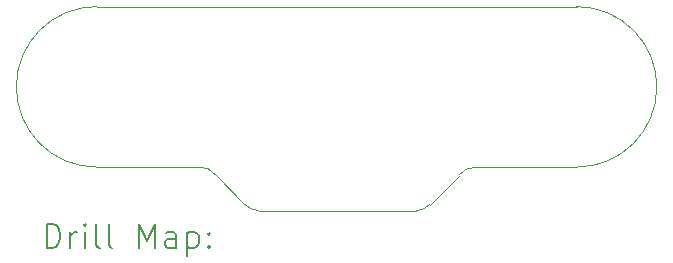
<source format=gbr>
%TF.GenerationSoftware,KiCad,Pcbnew,8.0.4*%
%TF.CreationDate,2025-04-09T21:22:45-04:00*%
%TF.ProjectId,accessory_peripheral,61636365-7373-46f7-9279-5f7065726970,rev?*%
%TF.SameCoordinates,Original*%
%TF.FileFunction,Drillmap*%
%TF.FilePolarity,Positive*%
%FSLAX45Y45*%
G04 Gerber Fmt 4.5, Leading zero omitted, Abs format (unit mm)*
G04 Created by KiCad (PCBNEW 8.0.4) date 2025-04-09 21:22:45*
%MOMM*%
%LPD*%
G01*
G04 APERTURE LIST*
%ADD10C,0.050000*%
%ADD11C,0.200000*%
G04 APERTURE END LIST*
D10*
X12818110Y-10995778D02*
X12818110Y-10995544D01*
X15637510Y-11313044D02*
X15891277Y-11059277D01*
X16882110Y-10995544D02*
X16882110Y-10995778D01*
X12818110Y-10995544D02*
X13694410Y-10995544D01*
X13694410Y-10995544D02*
G75*
G02*
X13818670Y-11056503I2689J-151646D01*
G01*
X12818110Y-10995778D02*
G75*
G02*
X12818110Y-9636643I0J679568D01*
G01*
X16882110Y-9636644D02*
G75*
G02*
X16882110Y-10995777I0J-679567D01*
G01*
X15891277Y-11059277D02*
G75*
G02*
X16015488Y-10998344I121529J-90665D01*
G01*
X16882110Y-9636644D02*
X12818110Y-9636644D01*
X16015488Y-10998344D02*
X16882110Y-10995544D01*
X14189709Y-11363843D02*
G75*
G02*
X14074980Y-11312808I4741J165134D01*
G01*
X13818670Y-11056503D02*
X14074978Y-11312810D01*
X15510510Y-11363843D02*
X15522778Y-11364076D01*
X15637510Y-11313044D02*
G75*
G02*
X15522778Y-11364076I-119475J114116D01*
G01*
X14189709Y-11363843D02*
X15510510Y-11363843D01*
D11*
X12396819Y-11678060D02*
X12396819Y-11478060D01*
X12396819Y-11478060D02*
X12444438Y-11478060D01*
X12444438Y-11478060D02*
X12473010Y-11487584D01*
X12473010Y-11487584D02*
X12492057Y-11506632D01*
X12492057Y-11506632D02*
X12501581Y-11525679D01*
X12501581Y-11525679D02*
X12511105Y-11563774D01*
X12511105Y-11563774D02*
X12511105Y-11592346D01*
X12511105Y-11592346D02*
X12501581Y-11630441D01*
X12501581Y-11630441D02*
X12492057Y-11649489D01*
X12492057Y-11649489D02*
X12473010Y-11668536D01*
X12473010Y-11668536D02*
X12444438Y-11678060D01*
X12444438Y-11678060D02*
X12396819Y-11678060D01*
X12596819Y-11678060D02*
X12596819Y-11544727D01*
X12596819Y-11582822D02*
X12606343Y-11563774D01*
X12606343Y-11563774D02*
X12615867Y-11554251D01*
X12615867Y-11554251D02*
X12634914Y-11544727D01*
X12634914Y-11544727D02*
X12653962Y-11544727D01*
X12720629Y-11678060D02*
X12720629Y-11544727D01*
X12720629Y-11478060D02*
X12711105Y-11487584D01*
X12711105Y-11487584D02*
X12720629Y-11497108D01*
X12720629Y-11497108D02*
X12730153Y-11487584D01*
X12730153Y-11487584D02*
X12720629Y-11478060D01*
X12720629Y-11478060D02*
X12720629Y-11497108D01*
X12844438Y-11678060D02*
X12825391Y-11668536D01*
X12825391Y-11668536D02*
X12815867Y-11649489D01*
X12815867Y-11649489D02*
X12815867Y-11478060D01*
X12949200Y-11678060D02*
X12930153Y-11668536D01*
X12930153Y-11668536D02*
X12920629Y-11649489D01*
X12920629Y-11649489D02*
X12920629Y-11478060D01*
X13177772Y-11678060D02*
X13177772Y-11478060D01*
X13177772Y-11478060D02*
X13244438Y-11620917D01*
X13244438Y-11620917D02*
X13311105Y-11478060D01*
X13311105Y-11478060D02*
X13311105Y-11678060D01*
X13492057Y-11678060D02*
X13492057Y-11573298D01*
X13492057Y-11573298D02*
X13482534Y-11554251D01*
X13482534Y-11554251D02*
X13463486Y-11544727D01*
X13463486Y-11544727D02*
X13425391Y-11544727D01*
X13425391Y-11544727D02*
X13406343Y-11554251D01*
X13492057Y-11668536D02*
X13473010Y-11678060D01*
X13473010Y-11678060D02*
X13425391Y-11678060D01*
X13425391Y-11678060D02*
X13406343Y-11668536D01*
X13406343Y-11668536D02*
X13396819Y-11649489D01*
X13396819Y-11649489D02*
X13396819Y-11630441D01*
X13396819Y-11630441D02*
X13406343Y-11611394D01*
X13406343Y-11611394D02*
X13425391Y-11601870D01*
X13425391Y-11601870D02*
X13473010Y-11601870D01*
X13473010Y-11601870D02*
X13492057Y-11592346D01*
X13587295Y-11544727D02*
X13587295Y-11744727D01*
X13587295Y-11554251D02*
X13606343Y-11544727D01*
X13606343Y-11544727D02*
X13644438Y-11544727D01*
X13644438Y-11544727D02*
X13663486Y-11554251D01*
X13663486Y-11554251D02*
X13673010Y-11563774D01*
X13673010Y-11563774D02*
X13682534Y-11582822D01*
X13682534Y-11582822D02*
X13682534Y-11639965D01*
X13682534Y-11639965D02*
X13673010Y-11659013D01*
X13673010Y-11659013D02*
X13663486Y-11668536D01*
X13663486Y-11668536D02*
X13644438Y-11678060D01*
X13644438Y-11678060D02*
X13606343Y-11678060D01*
X13606343Y-11678060D02*
X13587295Y-11668536D01*
X13768248Y-11659013D02*
X13777772Y-11668536D01*
X13777772Y-11668536D02*
X13768248Y-11678060D01*
X13768248Y-11678060D02*
X13758724Y-11668536D01*
X13758724Y-11668536D02*
X13768248Y-11659013D01*
X13768248Y-11659013D02*
X13768248Y-11678060D01*
X13768248Y-11554251D02*
X13777772Y-11563774D01*
X13777772Y-11563774D02*
X13768248Y-11573298D01*
X13768248Y-11573298D02*
X13758724Y-11563774D01*
X13758724Y-11563774D02*
X13768248Y-11554251D01*
X13768248Y-11554251D02*
X13768248Y-11573298D01*
M02*

</source>
